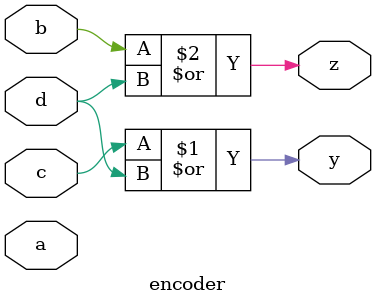
<source format=v>
module encoder(
  input a,b,c,d,
  output y,z);
  or (y,c,d);
  or (z,b,d);
endmodule

</source>
